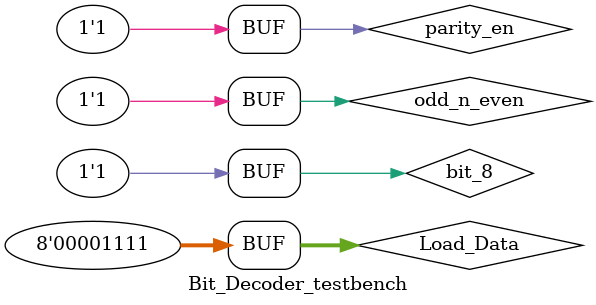
<source format=v>
`timescale 1ns / 1ps


module Bit_Decoder_testbench;

	// Inputs
	reg [7:0] Load_Data;
	reg bit_8;
	reg parity_en;
	reg odd_n_even;

	// Outputs
	wire b10;
	wire b9;

	// Instantiate the Unit Under Test (UUT)
	Bit_Decoder uut (
		.Load_Data(Load_Data), 
		.bit_8(bit_8), 
		.parity_en(parity_en), 
		.odd_n_even(odd_n_even), 
		.b10(b10), 
		.b9(b9)
	);

	initial begin
		// Initialize Inputs
		Load_Data = 8'b00001111;
		#100; 

		bit_8 = 0; parity_en= 0; odd_n_even= 0;
		#100;
		
		bit_8 = 0; parity_en= 0; odd_n_even= 1;
		#100;
		
		bit_8 = 0; parity_en= 1; odd_n_even= 0;
		#100;
		
		bit_8 = 0; parity_en= 1; odd_n_even= 1;
		#100;
		
		bit_8 = 1; parity_en= 0; odd_n_even= 0;
		#100;
		
		bit_8 = 1; parity_en= 0; odd_n_even= 1;
		#100; 
		
		bit_8 = 1; parity_en= 1; odd_n_even= 0;
		#100;
		
		bit_8 = 1; parity_en= 1; odd_n_even= 1;
		#100;
		
	end
      
endmodule


</source>
